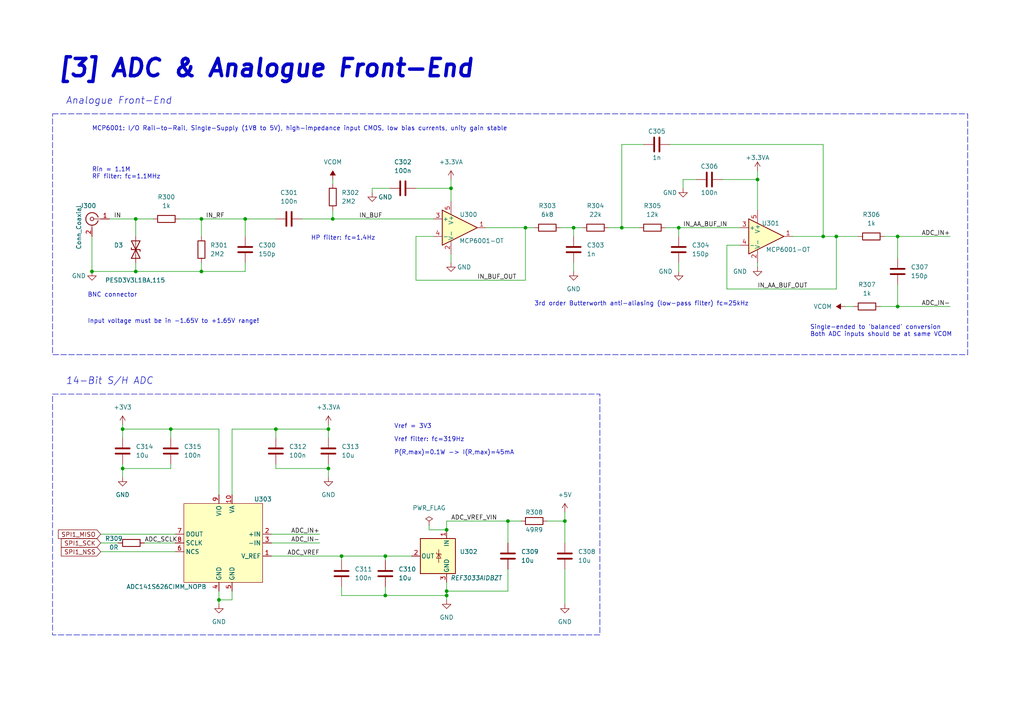
<source format=kicad_sch>
(kicad_sch (version 20230121) (generator eeschema)
  (paper "A4")
  (title_block (title "Mixed-Signal Demo PCB") (date "2023-12-27") (rev "0.1") (company "Mohamed Hambouta"))
  (lib_symbols
    (symbol "Amplifier_Operational:MCP6001-OT" (pin_names (offset 0.127))
      (property "Reference" "U" (at -1.27 6.35 0))
      (property "Value" "MCP6001-OT" (at -1.27 3.81 0))
      (symbol "MCP6001-OT_0_1"
        (polyline (pts (xy -5.08 5.08) (xy 5.08 0) (xy -5.08 -5.08) (xy -5.08 5.08)) (stroke (width 0.254)) (fill (type background)))
        (pin power_in line (at -2.54 -7.62 90) (length 3.81) (name "V-") (number "2"))
        (pin power_in line (at -2.54 7.62 270) (length 3.81) (name "V+") (number "5"))
      )
      (symbol "MCP6001-OT_1_1"
        (pin output line (at 7.62 0 180) (length 2.54) (name "~") (number "1"))
        (pin input line (at -7.62 2.54 0) (length 2.54) (name "+") (number "3"))
        (pin input line (at -7.62 -2.54 0) (length 2.54) (name "-") (number "4"))
      )
    )
    (symbol "Connector:Conn_Coaxial" (pin_names (offset 1.016) hide)
      (property "Reference" "J" (at 0.254 3.048 0))
      (property "Value" "Conn_Coaxial" (at 2.921 0 90))
      (symbol "Conn_Coaxial_0_1"
        (arc (start -1.778 -0.508) (mid 0.2311 -1.8066) (end 1.778 0) (stroke (width 0.254)))
        (polyline (pts (xy -2.54 0) (xy -0.508 0)))
        (polyline (pts (xy 0 -2.54) (xy 0 -1.778)))
        (circle (center 0 0) (radius 0.508) (stroke (width 0.2032)))
        (arc (start 1.778 0) (mid 0.2099 1.8101) (end -1.778 0.508) (stroke (width 0.254)))
      )
      (symbol "Conn_Coaxial_1_1"
        (pin passive line (at -5.08 0 0) (length 2.54) (name "In") (number "1"))
        (pin passive line (at 0 -5.08 90) (length 2.54) (name "Ext") (number "2"))
      )
    )
    (symbol "Device:C" (pin_numbers hide) (pin_names (offset 0.254))
      (property "Reference" "C" (at 0.635 2.54 0))
      (property "Value" "C" (at 0.635 -2.54 0))
      (symbol "C_0_1"
        (polyline (pts (xy -2.032 -0.762) (xy 2.032 -0.762)) (stroke (width 0.508)))
        (polyline (pts (xy -2.032 0.762) (xy 2.032 0.762)) (stroke (width 0.508)))
      )
      (symbol "C_1_1"
        (pin passive line (at 0 3.81 270) (length 2.794) (name "~") (number "1"))
        (pin passive line (at 0 -3.81 90) (length 2.794) (name "~") (number "2"))
      )
    )
    (symbol "Device:D_TVS" (pin_numbers hide) (pin_names (offset 1.016) hide)
      (property "Reference" "D" (at 0 2.54 0))
      (property "Value" "D_TVS" (at 0 -2.54 0))
      (symbol "D_TVS_0_1"
        (polyline (pts (xy 1.27 0) (xy -1.27 0)))
        (polyline (pts (xy 0.508 1.27) (xy 0 1.27) (xy 0 -1.27) (xy -0.508 -1.27)) (stroke (width 0.254)))
        (polyline (pts (xy -2.54 1.27) (xy -2.54 -1.27) (xy 2.54 1.27) (xy 2.54 -1.27) (xy -2.54 1.27)) (stroke (width 0.254)))
      )
      (symbol "D_TVS_1_1"
        (pin passive line (at -3.81 0 0) (length 2.54) (name "A1") (number "1"))
        (pin passive line (at 3.81 0 180) (length 2.54) (name "A2") (number "2"))
      )
    )
    (symbol "Device:R" (pin_numbers hide) (pin_names (offset 0))
      (property "Reference" "R" (at 2.032 0 90))
      (property "Value" "R" (at 0 0 90))
      (symbol "R_0_1"
        (rectangle (start -1.016 -2.54) (end 1.016 2.54) (stroke (width 0.254)))
      )
      (symbol "R_1_1"
        (pin passive line (at 0 3.81 270) (length 1.27) (name "~") (number "1"))
        (pin passive line (at 0 -3.81 90) (length 1.27) (name "~") (number "2"))
      )
    )
    (symbol "My_Symbols_KiCad7:ADC141S626"
      (property "Reference" "U" (at 10.16 13.97 0))
      (symbol "ADC141S626_0_0"
        (pin input line (at 13.97 -3.81 180) (length 2.54) (name "V_REF") (number "1"))
        (pin power_in line (at 2.54 13.97 270) (length 2.54) (name "VA") (number "10"))
        (pin input line (at 13.97 2.54 180) (length 2.54) (name "+IN") (number "2"))
        (pin input line (at 13.97 0 180) (length 2.54) (name "-IN") (number "3"))
        (pin power_in line (at -1.27 -13.97 90) (length 2.54) (name "GND") (number "4"))
        (pin power_in line (at 2.54 -13.97 90) (length 2.54) (name "GND") (number "5"))
        (pin input line (at -13.97 -2.54 0) (length 2.54) (name "NCS") (number "6"))
        (pin output line (at -13.97 2.54 0) (length 2.54) (name "DOUT") (number "7"))
        (pin input line (at -13.97 0 0) (length 2.54) (name "SCLK") (number "8"))
        (pin power_in line (at -1.27 13.97 270) (length 2.54) (name "VIO") (number "9"))
      )
      (symbol "ADC141S626_1_1"
        (rectangle (start -11.43 11.43) (end 11.43 -11.43) (fill (type background)))
      )
    )
    (symbol "Reference_Voltage:REF3033" (pin_names (offset 0.254))
      (property "Reference" "U" (at 0 6.35 0))
      (property "Value" "REF3033" (at 2.54 -6.35 0))
      (symbol "REF3033_0_1"
        (rectangle (start -5.08 5.08) (end 5.08 -5.08) (stroke (width 0.254)) (fill (type background)))
        (polyline (pts (xy -0.254 1.905) (xy -0.254 -1.905)))
        (polyline (pts (xy -0.889 -0.635) (xy 0.381 -0.635) (xy -0.254 0.635) (xy -0.889 -0.635)))
        (polyline (pts (xy 0.381 1.016) (xy 0.381 0.635) (xy -0.889 0.635) (xy -0.889 0.254)))
      )
      (symbol "REF3033_1_1"
        (pin power_in line (at -2.54 7.62 270) (length 2.54) (name "IN") (number "1"))
        (pin power_out line (at 7.62 0 180) (length 2.54) (name "OUT") (number "2"))
        (pin power_in line (at -2.54 -7.62 90) (length 2.54) (name "GND") (number "3"))
      )
    )
    (symbol "power:+3.3VA" (power) (pin_names (offset 0))
      (property "Value" "+3.3VA" (at 0 3.556 0))
      (symbol "+3.3VA_0_1"
        (polyline (pts (xy -0.762 1.27) (xy 0 2.54)))
        (polyline (pts (xy 0 0) (xy 0 2.54)))
        (polyline (pts (xy 0 2.54) (xy 0.762 1.27)))
      )
      (symbol "+3.3VA_1_1"
        (pin power_in line (at 0 0 90) (length 0) hide (name "+3.3VA") (number "1"))
      )
    )
    (symbol "power:+3V3" (power) (pin_names (offset 0))
      (property "Value" "+3V3" (at 0 3.556 0))
      (symbol "+3V3_0_1"
        (polyline (pts (xy -0.762 1.27) (xy 0 2.54)))
        (polyline (pts (xy 0 0) (xy 0 2.54)))
        (polyline (pts (xy 0 2.54) (xy 0.762 1.27)))
      )
      (symbol "+3V3_1_1"
        (pin power_in line (at 0 0 90) (length 0) hide (name "+3V3") (number "1"))
      )
    )
    (symbol "power:+5V" (power) (pin_names (offset 0))
      (property "Value" "+5V" (at 0 3.556 0))
      (symbol "+5V_0_1"
        (polyline (pts (xy -0.762 1.27) (xy 0 2.54)))
        (polyline (pts (xy 0 0) (xy 0 2.54)))
        (polyline (pts (xy 0 2.54) (xy 0.762 1.27)))
      )
      (symbol "+5V_1_1"
        (pin power_in line (at 0 0 90) (length 0) hide (name "+5V") (number "1"))
      )
    )
    (symbol "power:GND" (power) (pin_names (offset 0))
      (property "Value" "GND" (at 0 -3.81 0))
      (symbol "GND_0_1"
        (polyline (pts (xy 0 0) (xy 0 -1.27) (xy 1.27 -1.27) (xy 0 -2.54) (xy -1.27 -1.27) (xy 0 -1.27)))
      )
      (symbol "GND_1_1"
        (pin power_in line (at 0 0 270) (length 0) hide (name "GND") (number "1"))
      )
    )
    (symbol "power:PWR_FLAG" (power) (pin_numbers hide) (pin_names (offset 0) hide)
      (property "Value" "PWR_FLAG" (at 0 3.81 0))
      (symbol "PWR_FLAG_0_0"
        (pin power_out line (at 0 0 90) (length 0) (name "pwr") (number "1"))
      )
      (symbol "PWR_FLAG_0_1"
        (polyline (pts (xy 0 0) (xy 0 1.27) (xy -1.016 1.905) (xy 0 2.54) (xy 1.016 1.905) (xy 0 1.27)))
      )
    )
    (symbol "power:VCOM" (power) (pin_names (offset 0))
      (property "Value" "VCOM" (at 0 3.81 0))
      (symbol "VCOM_0_1"
        (polyline (pts (xy 0 0) (xy 0 2.54)))
        (polyline (pts (xy 0.762 1.27) (xy -0.762 1.27) (xy 0 2.54) (xy 0.762 1.27)) (fill (type outline)))
      )
      (symbol "VCOM_1_1"
        (pin power_in line (at 0 0 90) (length 0) hide (name "VCOM") (number "1"))
      )
    )
  )
  (junction (at 63.5 173.99))
  (junction (at 196.85 66.04))
  (junction (at 39.37 63.5))
  (junction (at 95.25 124.46))
  (junction (at 242.57 68.58))
  (junction (at 111.76 161.29))
  (junction (at 35.56 135.89))
  (junction (at 71.12 63.5))
  (junction (at 238.76 68.58))
  (junction (at 58.42 78.74))
  (junction (at 99.06 161.29))
  (junction (at 180.34 66.04))
  (junction (at 58.42 63.5))
  (junction (at 39.37 78.74))
  (junction (at 129.54 171.45))
  (junction (at 95.25 135.89))
  (junction (at 163.83 151.13))
  (junction (at 260.35 68.58))
  (junction (at 129.54 172.72))
  (junction (at 166.37 66.04))
  (junction (at 111.76 172.72))
  (junction (at 260.35 88.9))
  (junction (at 219.71 52.07))
  (junction (at 49.53 124.46))
  (junction (at 26.67 78.74))
  (junction (at 80.01 124.46))
  (junction (at 130.81 54.61))
  (junction (at 96.52 63.5))
  (junction (at 129.54 153.67))
  (junction (at 147.32 151.13))
  (junction (at 35.56 124.46))
  (junction (at 152.4 66.04))
  (wire (pts (xy 162.56 66.04) (xy 166.37 66.04)))
  (wire (pts (xy 255.27 88.9) (xy 260.35 88.9)))
  (wire (pts (xy 260.35 88.9) (xy 275.59 88.9)))
  (wire (pts (xy 219.71 49.53) (xy 219.71 52.07)))
  (wire (pts (xy 120.65 68.58) (xy 120.65 81.28)))
  (wire (pts (xy 198.12 52.07) (xy 201.93 52.07)))
  (wire (pts (xy 147.32 171.45) (xy 147.32 165.1)))
  (wire (pts (xy 63.5 173.99) (xy 67.31 173.99)))
  (wire (pts (xy 152.4 66.04) (xy 154.94 66.04)))
  (wire (pts (xy 111.76 161.29) (xy 111.76 162.56)))
  (wire (pts (xy 130.81 73.66) (xy 130.81 76.2)))
  (wire (pts (xy 95.25 124.46) (xy 95.25 127)))
  (wire (pts (xy 58.42 63.5) (xy 71.12 63.5)))
  (wire (pts (xy 49.53 124.46) (xy 63.5 124.46)))
  (wire (pts (xy 99.06 161.29) (xy 111.76 161.29)))
  (wire (pts (xy 99.06 170.18) (xy 99.06 172.72)))
  (wire (pts (xy 58.42 76.2) (xy 58.42 78.74)))
  (wire (pts (xy 78.74 154.94) (xy 92.71 154.94)))
  (wire (pts (xy 147.32 151.13) (xy 147.32 157.48)))
  (wire (pts (xy 26.67 68.58) (xy 26.67 78.74)))
  (wire (pts (xy 63.5 124.46) (xy 63.5 143.51)))
  (wire (pts (xy 87.63 63.5) (xy 96.52 63.5)))
  (wire (pts (xy 96.52 63.5) (xy 96.52 60.96)))
  (wire (pts (xy 180.34 66.04) (xy 185.42 66.04)))
  (wire (pts (xy 67.31 124.46) (xy 67.31 143.51)))
  (wire (pts (xy 95.25 135.89) (xy 95.25 138.43)))
  (wire (pts (xy 63.5 173.99) (xy 63.5 175.26)))
  (wire (pts (xy 129.54 171.45) (xy 147.32 171.45)))
  (wire (pts (xy 95.25 124.46) (xy 95.25 123.19)))
  (wire (pts (xy 130.81 54.61) (xy 120.65 54.61)))
  (wire (pts (xy 35.56 124.46) (xy 49.53 124.46)))
  (wire (pts (xy 67.31 173.99) (xy 67.31 171.45)))
  (wire (pts (xy 260.35 68.58) (xy 275.59 68.58)))
  (wire (pts (xy 35.56 123.19) (xy 35.56 124.46)))
  (wire (pts (xy 39.37 78.74) (xy 58.42 78.74)))
  (wire (pts (xy 35.56 134.62) (xy 35.56 135.89)))
  (wire (pts (xy 39.37 63.5) (xy 44.45 63.5)))
  (wire (pts (xy 96.52 52.07) (xy 96.52 53.34)))
  (wire (pts (xy 163.83 151.13) (xy 163.83 157.48)))
  (wire (pts (xy 35.56 135.89) (xy 35.56 138.43)))
  (wire (pts (xy 107.95 54.61) (xy 107.95 55.88)))
  (wire (pts (xy 193.04 66.04) (xy 196.85 66.04)))
  (wire (pts (xy 71.12 63.5) (xy 71.12 68.58)))
  (wire (pts (xy 209.55 52.07) (xy 219.71 52.07)))
  (wire (pts (xy 111.76 161.29) (xy 119.38 161.29)))
  (wire (pts (xy 78.74 157.48) (xy 92.71 157.48)))
  (wire (pts (xy 242.57 83.82) (xy 242.57 68.58)))
  (wire (pts (xy 78.74 161.29) (xy 99.06 161.29)))
  (wire (pts (xy 260.35 74.93) (xy 260.35 68.58)))
  (wire (pts (xy 238.76 68.58) (xy 229.87 68.58)))
  (wire (pts (xy 52.07 63.5) (xy 58.42 63.5)))
  (wire (pts (xy 39.37 63.5) (xy 39.37 68.58)))
  (wire (pts (xy 80.01 135.89) (xy 80.01 134.62)))
  (wire (pts (xy 111.76 170.18) (xy 111.76 172.72)))
  (wire (pts (xy 71.12 78.74) (xy 58.42 78.74)))
  (wire (pts (xy 219.71 76.2) (xy 219.71 77.47)))
  (wire (pts (xy 49.53 134.62) (xy 49.53 135.89)))
  (wire (pts (xy 210.82 83.82) (xy 242.57 83.82)))
  (wire (pts (xy 260.35 68.58) (xy 256.54 68.58)))
  (wire (pts (xy 163.83 165.1) (xy 163.83 175.26)))
  (wire (pts (xy 166.37 76.2) (xy 166.37 78.74)))
  (wire (pts (xy 29.21 154.94) (xy 50.8 154.94)))
  (wire (pts (xy 67.31 124.46) (xy 80.01 124.46)))
  (wire (pts (xy 35.56 135.89) (xy 49.53 135.89)))
  (wire (pts (xy 124.46 152.4) (xy 124.46 153.67)))
  (wire (pts (xy 260.35 82.55) (xy 260.35 88.9)))
  (wire (pts (xy 198.12 54.61) (xy 198.12 52.07)))
  (wire (pts (xy 39.37 76.2) (xy 39.37 78.74)))
  (wire (pts (xy 180.34 41.91) (xy 186.69 41.91)))
  (wire (pts (xy 210.82 71.12) (xy 210.82 83.82)))
  (wire (pts (xy 163.83 148.59) (xy 163.83 151.13)))
  (wire (pts (xy 80.01 124.46) (xy 95.25 124.46)))
  (wire (pts (xy 180.34 66.04) (xy 180.34 41.91)))
  (wire (pts (xy 96.52 63.5) (xy 125.73 63.5)))
  (wire (pts (xy 166.37 66.04) (xy 168.91 66.04)))
  (wire (pts (xy 219.71 52.07) (xy 219.71 60.96)))
  (wire (pts (xy 41.91 157.48) (xy 50.8 157.48)))
  (wire (pts (xy 35.56 124.46) (xy 35.56 127)))
  (wire (pts (xy 242.57 68.58) (xy 238.76 68.58)))
  (wire (pts (xy 147.32 151.13) (xy 151.13 151.13)))
  (wire (pts (xy 129.54 172.72) (xy 129.54 173.99)))
  (wire (pts (xy 125.73 68.58) (xy 120.65 68.58)))
  (wire (pts (xy 130.81 52.07) (xy 130.81 54.61)))
  (wire (pts (xy 58.42 63.5) (xy 58.42 68.58)))
  (wire (pts (xy 158.75 151.13) (xy 163.83 151.13)))
  (wire (pts (xy 140.97 66.04) (xy 152.4 66.04)))
  (wire (pts (xy 120.65 81.28) (xy 152.4 81.28)))
  (wire (pts (xy 214.63 71.12) (xy 210.82 71.12)))
  (wire (pts (xy 152.4 81.28) (xy 152.4 66.04)))
  (wire (pts (xy 242.57 68.58) (xy 248.92 68.58)))
  (wire (pts (xy 95.25 134.62) (xy 95.25 135.89)))
  (wire (pts (xy 63.5 171.45) (xy 63.5 173.99)))
  (wire (pts (xy 49.53 124.46) (xy 49.53 127)))
  (wire (pts (xy 99.06 172.72) (xy 111.76 172.72)))
  (wire (pts (xy 130.81 54.61) (xy 130.81 58.42)))
  (wire (pts (xy 111.76 172.72) (xy 129.54 172.72)))
  (wire (pts (xy 124.46 153.67) (xy 129.54 153.67)))
  (wire (pts (xy 129.54 168.91) (xy 129.54 171.45)))
  (wire (pts (xy 39.37 78.74) (xy 26.67 78.74)))
  (wire (pts (xy 95.25 135.89) (xy 80.01 135.89)))
  (wire (pts (xy 129.54 151.13) (xy 129.54 153.67)))
  (wire (pts (xy 71.12 63.5) (xy 80.01 63.5)))
  (wire (pts (xy 71.12 76.2) (xy 71.12 78.74)))
  (wire (pts (xy 29.21 157.48) (xy 34.29 157.48)))
  (wire (pts (xy 245.11 88.9) (xy 247.65 88.9)))
  (wire (pts (xy 196.85 76.2) (xy 196.85 78.74)))
  (wire (pts (xy 113.03 54.61) (xy 107.95 54.61)))
  (wire (pts (xy 176.53 66.04) (xy 180.34 66.04)))
  (wire (pts (xy 238.76 41.91) (xy 238.76 68.58)))
  (wire (pts (xy 147.32 151.13) (xy 129.54 151.13)))
  (wire (pts (xy 194.31 41.91) (xy 238.76 41.91)))
  (wire (pts (xy 196.85 66.04) (xy 196.85 68.58)))
  (wire (pts (xy 80.01 124.46) (xy 80.01 127)))
  (wire (pts (xy 166.37 66.04) (xy 166.37 68.58)))
  (wire (pts (xy 99.06 161.29) (xy 99.06 162.56)))
  (wire (pts (xy 196.85 66.04) (xy 214.63 66.04)))
  (wire (pts (xy 31.75 63.5) (xy 39.37 63.5)))
  (wire (pts (xy 129.54 171.45) (xy 129.54 172.72)))
  (wire (pts (xy 29.21 160.02) (xy 50.8 160.02)))
  (rectangle (start 15.24 114.3) (end 173.99 184.15) (stroke (width 0) (type dash)))
  (rectangle (start 15.24 33.02) (end 280.67 102.87) (stroke (width 0) (type dash)))
  (text "HP filter: fc=1.4Hz" (at 90.17 69.85 0) (effects (font (size 1.27 1.27)) (justify left bottom)))
  (text "Single-ended to 'balanced' conversion\nBoth ADC inputs should be at same VCOM" (at 234.95 97.79 0) (effects (font (size 1.27 1.27)) (justify left bottom)))
  (text "Vref filter: fc=319Hz" (at 114.3 128.27 0) (effects (font (size 1.27 1.27)) (justify left bottom)))
  (text "Rin = 1.1M\nRF filter: fc=1.1MHz" (at 26.67 52.07 0) (effects (font (size 1.27 1.27)) (justify left bottom)))
  (text "Vref = 3V3" (at 114.3 124.46 0) (effects (font (size 1.27 1.27)) (justify left bottom)))
  (text "Input voltage must be in -1.65V to +1.65V range!" (at 25.4 93.98 0) (effects (font (size 1.27 1.27)) (justify left bottom)))
  (text "3rd order Butterworth anti-aliasing (low-pass filter) fc=25kHz" (at 154.94 88.9 0) (effects (font (size 1.27 1.27)) (justify left bottom)))
  (text "MCP6001: I/O Rail-to-Rail, Single-Supply (1V8 to 5V), high-impedance input CMOS, low bias currents, unity gain stable" (at 26.67 38.1 0) (effects (font (size 1.27 1.27)) (justify left bottom)))
  (text "Analogue Front-End" (at 19.05 30.48 0) (effects (font (size 2 2) italic) (justify left bottom)))
  (text "BNC connector" (at 25.4 86.36 0) (effects (font (size 1.27 1.27)) (justify left bottom)))
  (text "14-Bit S/H ADC" (at 19.05 111.76 0) (effects (font (size 2 2) italic) (justify left bottom)))
  (text "[3] ADC & Analogue Front-End" (at 16.51 22.86 0) (effects (font (size 5 5) (thickness 1) bold italic) (justify left bottom)))
  (text "P(R,max)=0.1W -> I(R,max)=45mA" (at 114.3 132.08 0) (effects (font (size 1.27 1.27)) (justify left bottom)))
  (label "IN_BUF_OUT" (at 138.43 81.28 0))
  (label "ADC_IN-" (at 92.71 157.48 180))
  (label "ADC_IN-" (at 275.59 88.9 180))
  (label "ADC_VREF" (at 92.71 161.29 180))
  (label "IN_AA_BUF_OUT" (at 219.71 83.82 0))
  (label "IN_AA_BUF_IN" (at 198.12 66.04 0))
  (label "ADC_IN+" (at 92.71 154.94 180))
  (label "ADC_SCLK" (at 41.91 157.48 0))
  (label "ADC_IN+" (at 275.59 68.58 180))
  (label "IN_BUF" (at 104.14 63.5 0))
  (label "ADC_VREF_VIN" (at 130.81 151.13 0))
  (label "IN_RF" (at 59.69 63.5 0))
  (label "IN" (at 33.02 63.5 0))
  (global_label "SPI1_NSS" (shape input) (at 29.21 160.02 180) (property "Intersheetrefs" "${INTERSHEET_REFS}" (effects hide)))
  (global_label "SPI1_MISO" (shape input) (at 29.21 154.94 180) (property "Intersheetrefs" "${INTERSHEET_REFS}" (effects hide)))
  (global_label "SPI1_SCK" (shape input) (at 29.21 157.48 180) (property "Intersheetrefs" "${INTERSHEET_REFS}" (effects hide)))
  (symbol (lib_id "Device:C") (at 83.82 63.5 90) (unit 1)
    (property "Reference" "C301" (at 83.82 55.88 90))
    (property "Value" "100n" (at 83.82 58.42 90))
    (property "Footprint" "Capacitor_SMD:C_0402_1005Metric" (effects hide))
  )
  (symbol (lib_id "power:GND") (at 129.54 173.99 0) (unit 1)
    (property "Reference" "#PWR0308" (effects hide))
    (property "Value" "GND" (at 129.54 179.07 0))
  )
  (symbol (lib_id "Device:C") (at 116.84 54.61 90) (unit 1)
    (property "Reference" "C302" (at 116.84 46.99 90))
    (property "Value" "100n" (at 116.84 49.53 90))
    (property "Footprint" "Capacitor_SMD:C_0402_1005Metric" (effects hide))
  )
  (symbol (lib_id "Device:C") (at 99.06 166.37 0) (unit 1)
    (property "Reference" "C311" (at 102.87 165.1 0) (effects (justify left)))
    (property "Value" "100n" (at 102.87 167.64 0) (effects (justify left)))
    (property "Footprint" "Capacitor_SMD:C_0603_1608Metric" (effects hide))
  )
  (symbol (lib_id "power:+3.3VA") (at 130.81 52.07 0) (unit 1)
    (property "Reference" "#PWR0309" (effects hide))
    (property "Value" "+3.3VA" (at 130.81 46.99 0))
  )
  (symbol (lib_id "Device:C") (at 111.76 166.37 0) (unit 1)
    (property "Reference" "C310" (at 115.57 165.1 0) (effects (justify left)))
    (property "Value" "10u" (at 115.57 167.64 0) (effects (justify left)))
    (property "Footprint" "Capacitor_SMD:C_0402_1005Metric" (effects hide))
  )
  (symbol (lib_id "Device:C") (at 163.83 161.29 0) (unit 1)
    (property "Reference" "C308" (at 167.64 160.02 0) (effects (justify left)))
    (property "Value" "10u" (at 167.64 162.56 0) (effects (justify left)))
    (property "Footprint" "Capacitor_SMD:C_0603_1608Metric" (effects hide))
  )
  (symbol (lib_id "power:+3.3VA") (at 219.71 49.53 0) (unit 1)
    (property "Reference" "#PWR0316" (effects hide))
    (property "Value" "+3.3VA" (at 219.71 45.72 0))
  )
  (symbol (lib_id "power:+3V3") (at 35.56 123.19 0) (unit 1)
    (property "Reference" "#PWR0301" (effects hide))
    (property "Value" "+3V3" (at 35.56 118.11 0))
  )
  (symbol (lib_id "power:GND") (at 163.83 175.26 0) (unit 1)
    (property "Reference" "#PWR0312" (effects hide))
    (property "Value" "GND" (at 163.83 180.34 0))
  )
  (symbol (lib_id "Device:R") (at 252.73 68.58 90) (unit 1)
    (property "Reference" "R306" (at 252.73 62.23 90))
    (property "Value" "1k" (at 252.73 64.77 90))
    (property "Footprint" "Resistor_SMD:R_0402_1005Metric" (effects hide))
  )
  (symbol (lib_id "power:GND") (at 219.71 77.47 0) (unit 1)
    (property "Reference" "#PWR0317" (effects hide))
    (property "Value" "GND" (at 214.63 78.74 0))
  )
  (symbol (lib_id "Device:C") (at 190.5 41.91 270) (unit 1)
    (property "Reference" "C305" (at 190.5 38.1 90))
    (property "Value" "1n" (at 190.5 45.72 90))
    (property "Footprint" "Capacitor_SMD:C_0402_1005Metric" (effects hide))
  )
  (symbol (lib_id "Device:C") (at 147.32 161.29 0) (unit 1)
    (property "Reference" "C309" (at 151.13 160.02 0) (effects (justify left)))
    (property "Value" "10u" (at 151.13 162.56 0) (effects (justify left)))
    (property "Footprint" "Capacitor_SMD:C_0603_1608Metric" (effects hide))
  )
  (symbol (lib_id "power:PWR_FLAG") (at 124.46 152.4 0) (unit 1)
    (property "Reference" "#FLG0405" (effects hide))
    (property "Value" "PWR_FLAG" (at 124.46 147.32 0))
  )
  (symbol (lib_id "Device:R") (at 38.1 157.48 90) (unit 1)
    (property "Reference" "R309" (at 33.02 156.21 90))
    (property "Value" "0R" (at 33.02 158.75 90))
    (property "Footprint" "Resistor_SMD:R_0402_1005Metric" (effects hide))
  )
  (symbol (lib_id "power:GND") (at 107.95 55.88 0) (unit 1)
    (property "Reference" "#PWR0307" (effects hide))
    (property "Value" "GND" (at 111.76 57.15 0))
  )
  (symbol (lib_id "power:+5V") (at 163.83 148.59 0) (unit 1)
    (property "Reference" "#PWR0311" (effects hide))
    (property "Value" "+5V" (at 163.83 143.51 0))
  )
  (symbol (lib_id "Amplifier_Operational:MCP6001-OT") (at 133.35 66.04 0) (unit 1)
    (property "Reference" "U300" (at 135.89 62.23 0))
    (property "Value" "MCP6001-OT" (at 139.7 69.85 0))
    (property "Footprint" "Package_TO_SOT_SMD:SOT-23-5" (effects hide))
    (property "Datasheet" "http://ww1.microchip.com/downloads/en/DeviceDoc/21733j.pdf" (effects hide))
  )
  (symbol (lib_id "Device:C") (at 196.85 72.39 0) (unit 1)
    (property "Reference" "C304" (at 200.66 71.12 0) (effects (justify left)))
    (property "Value" "150p" (at 200.66 73.66 0) (effects (justify left)))
    (property "Footprint" "Capacitor_SMD:C_0402_1005Metric" (effects hide))
  )
  (symbol (lib_id "Reference_Voltage:REF3033") (at 127 161.29 0) (mirror y) (unit 1)
    (property "Reference" "U302" (at 133.35 160.02 0) (effects (justify right)))
    (property "Value" "REF3033AIDBZT" (at 130.81 167.64 0) (effects (font italic) (justify right)))
    (property "Footprint" "Package_TO_SOT_SMD:SOT-23" (effects hide))
    (property "Datasheet" "http://www.ti.com/lit/ds/symlink/ref3033.pdf" (effects hide))
  )
  (symbol (lib_id "Device:C") (at 260.35 78.74 0) (unit 1)
    (property "Reference" "C307" (at 264.16 77.47 0) (effects (justify left)))
    (property "Value" "150p" (at 264.16 80.01 0) (effects (justify left)))
    (property "Footprint" "Capacitor_SMD:C_0402_1005Metric" (effects hide))
  )
  (symbol (lib_id "Device:C") (at 35.56 130.81 0) (unit 1)
    (property "Reference" "C314" (at 39.37 129.54 0) (effects (justify left)))
    (property "Value" "10u" (at 39.37 132.08 0) (effects (justify left)))
    (property "Footprint" "Capacitor_SMD:C_0603_1608Metric" (effects hide))
  )
  (symbol (lib_id "Device:R") (at 172.72 66.04 90) (unit 1)
    (property "Reference" "R304" (at 172.72 59.69 90))
    (property "Value" "22k" (at 172.72 62.23 90))
    (property "Footprint" "Resistor_SMD:R_0402_1005Metric" (effects hide))
  )
  (symbol (lib_id "power:VCOM") (at 96.52 52.07 0) (unit 1)
    (property "Reference" "#PWR0306" (effects hide))
    (property "Value" "VCOM" (at 96.52 46.99 0))
  )
  (symbol (lib_id "power:GND") (at 26.67 78.74 0) (unit 1)
    (property "Reference" "#PWR0300" (effects hide))
    (property "Value" "GND" (at 22.86 80.01 0))
  )
  (symbol (lib_id "Device:C") (at 80.01 130.81 0) (unit 1)
    (property "Reference" "C312" (at 83.82 129.54 0) (effects (justify left)))
    (property "Value" "100n" (at 83.82 132.08 0) (effects (justify left)))
    (property "Footprint" "Capacitor_SMD:C_0402_1005Metric" (effects hide))
  )
  (symbol (lib_id "Device:R") (at 58.42 72.39 180) (unit 1)
    (property "Reference" "R301" (at 60.96 71.12 0) (effects (justify right)))
    (property "Value" "2M2" (at 60.96 73.66 0) (effects (justify right)))
    (property "Footprint" "Resistor_SMD:R_0402_1005Metric" (effects hide))
  )
  (symbol (lib_id "Device:R") (at 96.52 57.15 0) (unit 1)
    (property "Reference" "R302" (at 99.06 55.88 0) (effects (justify left)))
    (property "Value" "2M2" (at 99.06 58.42 0) (effects (justify left)))
    (property "Footprint" "Resistor_SMD:R_0402_1005Metric" (effects hide))
  )
  (symbol (lib_id "power:GND") (at 95.25 138.43 0) (unit 1)
    (property "Reference" "#PWR0305" (effects hide))
    (property "Value" "GND" (at 95.25 143.51 0))
  )
  (symbol (lib_id "power:GND") (at 198.12 54.61 0) (unit 1)
    (property "Reference" "#PWR0315" (effects hide))
    (property "Value" "GND" (at 194.31 55.88 0))
  )
  (symbol (lib_id "Device:C") (at 166.37 72.39 0) (unit 1)
    (property "Reference" "C303" (at 170.18 71.12 0) (effects (justify left)))
    (property "Value" "1n" (at 170.18 73.66 0) (effects (justify left)))
    (property "Footprint" "Capacitor_SMD:C_0402_1005Metric" (effects hide))
  )
  (symbol (lib_id "power:GND") (at 130.81 76.2 0) (unit 1)
    (property "Reference" "#PWR0310" (effects hide))
    (property "Value" "GND" (at 134.62 77.47 0))
  )
  (symbol (lib_id "power:GND") (at 166.37 78.74 0) (unit 1)
    (property "Reference" "#PWR0313" (effects hide))
    (property "Value" "GND" (at 166.37 83.82 0))
  )
  (symbol (lib_id "Device:D_TVS") (at 39.37 72.39 90) (unit 1)
    (property "Reference" "D3" (at 33.02 71.12 90) (effects (justify right)))
    (property "Value" "PESD3V3L1BA,115" (at 30.48 81.28 90) (effects (justify right)))
    (property "Footprint" "Diode_SMD:D_SOD-323" (effects hide))
    (instances (project "mixed_signal_hw" (path "" (reference "D3") (unit 1)) (path "" (reference "D300") (unit 1))))
  )
  (symbol (lib_id "Device:R") (at 154.94 151.13 90) (unit 1)
    (property "Reference" "R308" (at 154.94 148.59 90))
    (property "Value" "49R9" (at 154.94 153.67 90))
    (property "Footprint" "Resistor_SMD:R_0402_1005Metric" (effects hide))
  )
  (symbol (lib_id "power:+3.3VA") (at 95.25 123.19 0) (unit 1)
    (property "Reference" "#PWR0304" (effects hide))
    (property "Value" "+3.3VA" (at 95.25 118.11 0))
  )
  (symbol (lib_id "Device:R") (at 48.26 63.5 90) (unit 1)
    (property "Reference" "R300" (at 48.26 57.15 90))
    (property "Value" "1k" (at 48.26 59.69 90))
    (property "Footprint" "Resistor_SMD:R_0402_1005Metric" (effects hide))
  )
  (symbol (lib_id "Connector:Conn_Coaxial") (at 26.67 63.5 0) (mirror y) (unit 1)
    (property "Reference" "J300" (at 27.94 59.69 0) (effects (justify left)))
    (property "Value" "Conn_Coaxial" (at 22.86 72.39 90) (effects (justify left)))
    (property "Footprint" "My_Footprints_KiCad7:AMPHENOL-BNC-031-5640-1010" (effects hide))
    (property "Datasheet" " ~" (effects hide))
  )
  (symbol (lib_id "Device:C") (at 95.25 130.81 0) (unit 1)
    (property "Reference" "C313" (at 99.06 129.54 0) (effects (justify left)))
    (property "Value" "10u" (at 99.06 132.08 0) (effects (justify left)))
    (property "Footprint" "Capacitor_SMD:C_0603_1608Metric" (effects hide))
  )
  (symbol (lib_id "Device:R") (at 251.46 88.9 90) (unit 1)
    (property "Reference" "R307" (at 251.46 82.55 90))
    (property "Value" "1k" (at 251.46 85.09 90))
    (property "Footprint" "Resistor_SMD:R_0402_1005Metric" (effects hide))
  )
  (symbol (lib_id "My_Symbols_KiCad7:ADC141S626") (at 64.77 157.48 0) (unit 1)
    (property "Reference" "U303" (at 73.66 144.78 0) (effects (justify left)))
    (property "Value" "ADC141S626CIMM_NOPB" (at 48.26 170.18 0))
    (property "Footprint" "My_Footprints_KiCad7:VSSOP-10" (effects hide))
  )
  (symbol (lib_id "power:GND") (at 63.5 175.26 0) (unit 1)
    (property "Reference" "#PWR0303" (effects hide))
    (property "Value" "GND" (at 63.5 180.34 0))
  )
  (symbol (lib_id "Device:R") (at 189.23 66.04 90) (unit 1)
    (property "Reference" "R305" (at 189.23 59.69 90))
    (property "Value" "12k" (at 189.23 62.23 90))
    (property "Footprint" "Resistor_SMD:R_0402_1005Metric" (effects hide))
  )
  (symbol (lib_id "Device:R") (at 158.75 66.04 90) (unit 1)
    (property "Reference" "R303" (at 158.75 59.69 90))
    (property "Value" "6k8" (at 158.75 62.23 90))
    (property "Footprint" "Resistor_SMD:R_0402_1005Metric" (effects hide))
  )
  (symbol (lib_id "power:GND") (at 35.56 138.43 0) (unit 1)
    (property "Reference" "#PWR0302" (effects hide))
    (property "Value" "GND" (at 35.56 143.51 0))
  )
  (symbol (lib_id "Device:C") (at 205.74 52.07 270) (unit 1)
    (property "Reference" "C306" (at 205.74 48.26 90))
    (property "Value" "100n" (at 205.74 55.88 90))
    (property "Footprint" "Capacitor_SMD:C_0402_1005Metric" (effects hide))
  )
  (symbol (lib_id "Device:C") (at 71.12 72.39 0) (unit 1)
    (property "Reference" "C300" (at 74.93 71.12 0) (effects (justify left)))
    (property "Value" "150p" (at 74.93 73.66 0) (effects (justify left)))
    (property "Footprint" "Capacitor_SMD:C_0402_1005Metric" (effects hide))
  )
  (symbol (lib_id "power:VCOM") (at 245.11 88.9 90) (unit 1)
    (property "Reference" "#PWR0318" (effects hide))
    (property "Value" "VCOM" (at 241.3 88.9 90) (effects (justify left)))
  )
  (symbol (lib_id "power:GND") (at 196.85 78.74 0) (unit 1)
    (property "Reference" "#PWR0314" (effects hide))
    (property "Value" "GND" (at 193.04 78.74 0))
  )
  (symbol (lib_id "Device:C") (at 49.53 130.81 0) (unit 1)
    (property "Reference" "C315" (at 53.34 129.54 0) (effects (justify left)))
    (property "Value" "100n" (at 53.34 132.08 0) (effects (justify left)))
    (property "Footprint" "Capacitor_SMD:C_0402_1005Metric" (effects hide))
  )
  (symbol (lib_id "Amplifier_Operational:MCP6001-OT") (at 222.25 68.58 0) (unit 1)
    (property "Reference" "U301" (at 223.52 64.77 0))
    (property "Value" "MCP6001-OT" (at 228.6 72.39 0))
    (property "Footprint" "Package_TO_SOT_SMD:SOT-23-5" (effects hide))
    (property "Datasheet" "http://ww1.microchip.com/downloads/en/DeviceDoc/21733j.pdf" (effects hide))
  )
)
</source>
